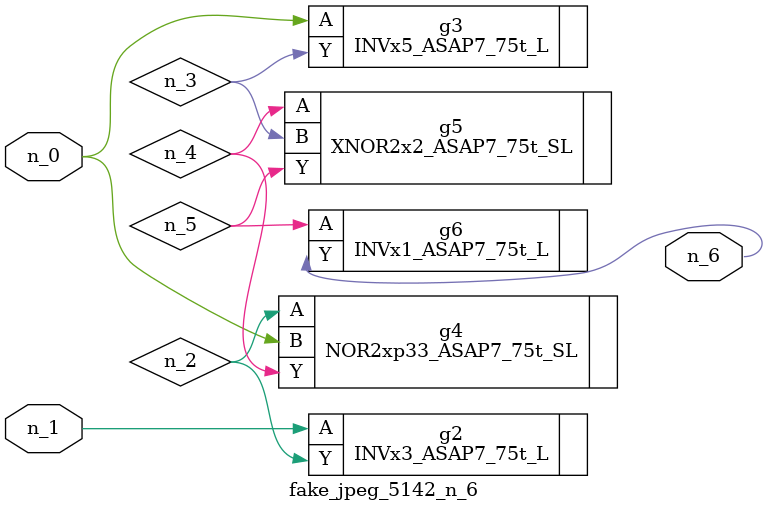
<source format=v>
module fake_jpeg_5142_n_6 (n_0, n_1, n_6);

input n_0;
input n_1;

output n_6;

wire n_3;
wire n_2;
wire n_4;
wire n_5;

INVx3_ASAP7_75t_L g2 ( 
.A(n_1),
.Y(n_2)
);

INVx5_ASAP7_75t_L g3 ( 
.A(n_0),
.Y(n_3)
);

NOR2xp33_ASAP7_75t_SL g4 ( 
.A(n_2),
.B(n_0),
.Y(n_4)
);

XNOR2x2_ASAP7_75t_SL g5 ( 
.A(n_4),
.B(n_3),
.Y(n_5)
);

INVx1_ASAP7_75t_L g6 ( 
.A(n_5),
.Y(n_6)
);


endmodule
</source>
